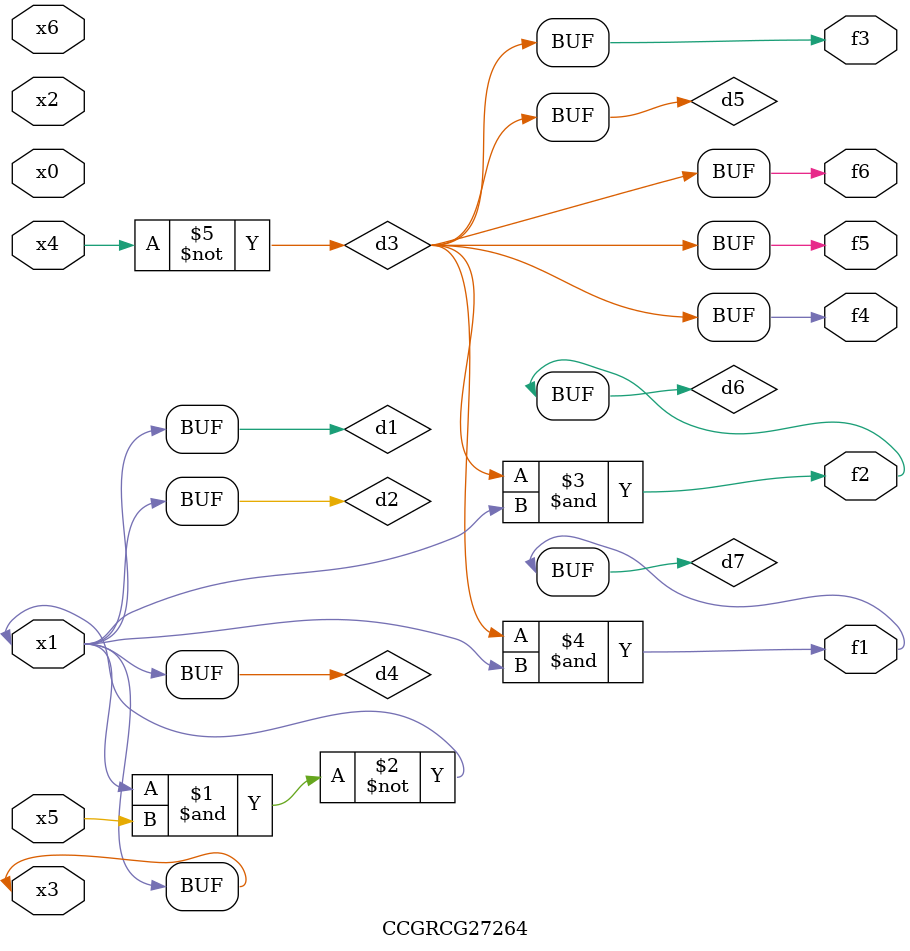
<source format=v>
module CCGRCG27264(
	input x0, x1, x2, x3, x4, x5, x6,
	output f1, f2, f3, f4, f5, f6
);

	wire d1, d2, d3, d4, d5, d6, d7;

	buf (d1, x1, x3);
	nand (d2, x1, x5);
	not (d3, x4);
	buf (d4, d1, d2);
	buf (d5, d3);
	and (d6, d3, d4);
	and (d7, d3, d4);
	assign f1 = d7;
	assign f2 = d6;
	assign f3 = d5;
	assign f4 = d5;
	assign f5 = d5;
	assign f6 = d5;
endmodule

</source>
